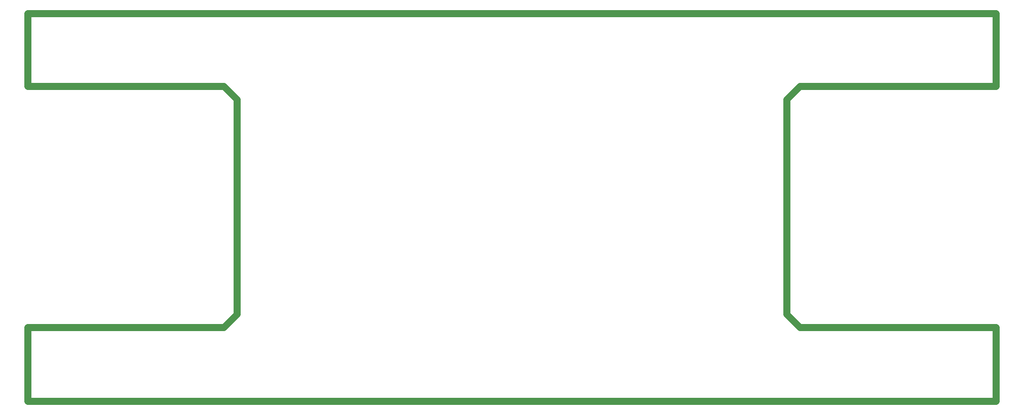
<source format=gko>
G04*
G04 #@! TF.GenerationSoftware,Altium Limited,Altium Designer,20.0.11 (256)*
G04*
G04 Layer_Color=16711935*
%FSLAX25Y25*%
%MOIN*%
G70*
G01*
G75*
%ADD32C,0.04724*%
D32*
X636929Y207874D02*
Y255906D01*
X0D02*
X636929D01*
X0Y207874D02*
Y255906D01*
Y207874D02*
X128839D01*
X137500Y199213D01*
Y57382D02*
Y199213D01*
X128839Y48720D02*
X137500Y57382D01*
X0Y48720D02*
X128839D01*
X0Y0D02*
Y48720D01*
Y0D02*
X636929D01*
Y48720D01*
X507776D02*
X636929D01*
X499114Y57382D02*
X507776Y48720D01*
X499114Y57382D02*
Y199213D01*
X507776Y207874D01*
X636929D01*
M02*

</source>
